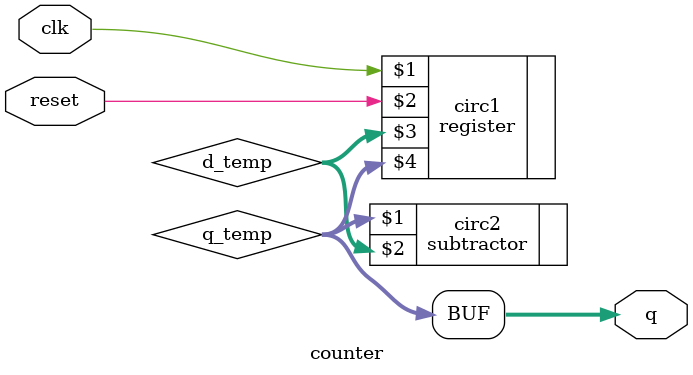
<source format=v>
module counter (
    input wire clk,
    input wire reset,
    output wire [3:0] q
);

wire [3:0] q_temp,d_temp;
register circ1(clk,reset,d_temp,q_temp);
subtractor circ2(q_temp,d_temp);

assign q = q_temp;
    
endmodule
</source>
